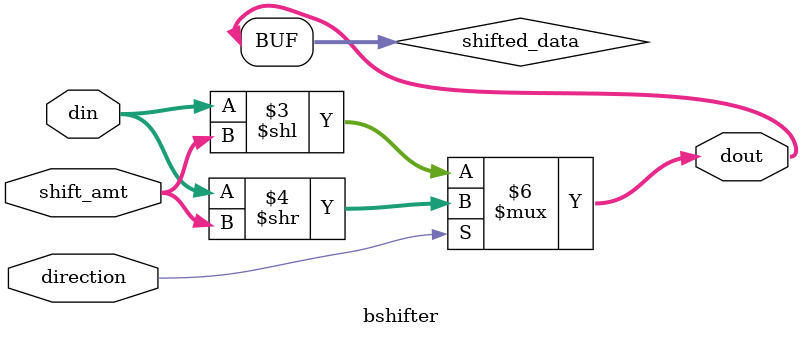
<source format=v>
`timescale 1ns / 1ps


module bshifter(
 input wire [3:0] din,        // 4-bit input data
    input wire [1:0] shift_amt, // 2-bit shift amount
    input wire direction,       // 0 for left shift, 1 for right shift
    output wire [3:0] dout      // 4-bit shifted output data
);

    reg [3:0] shifted_data;

    always @(*) begin
        if (direction == 0) begin // Left shift
            shifted_data = din << shift_amt;
        end else begin            // Right shift
            shifted_data = din >> shift_amt;
        end
    end

    assign dout = shifted_data;

endmodule

</source>
